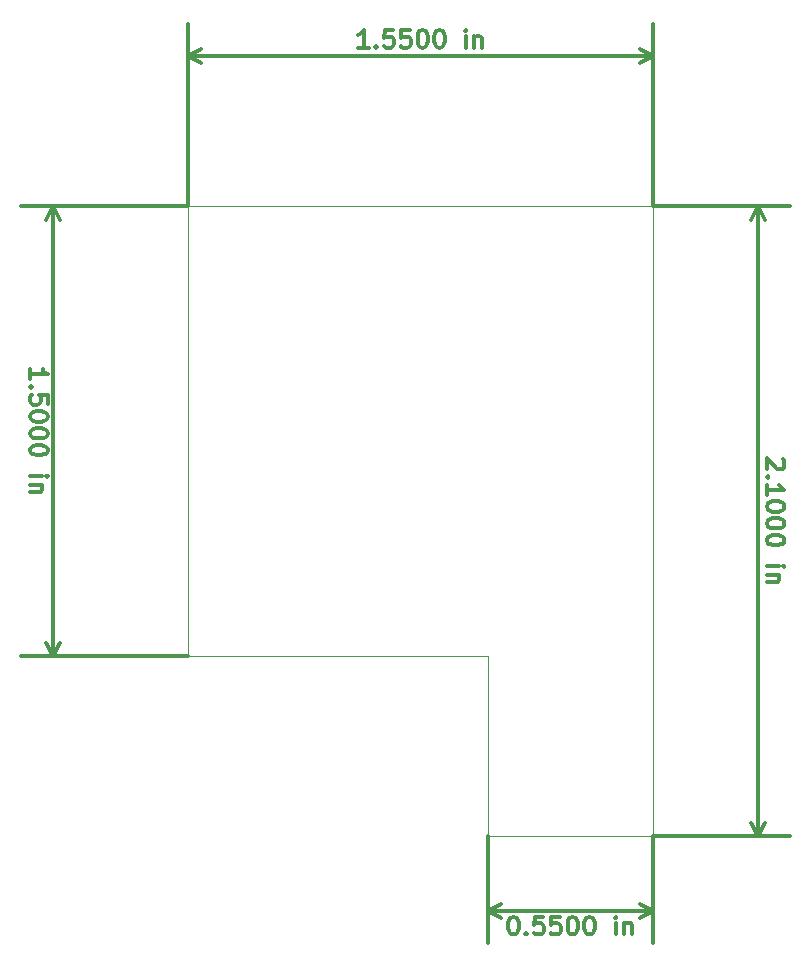
<source format=gbr>
G04 (created by PCBNEW (2013-07-07 BZR 4022)-stable) date 8/19/2015 9:17:48 PM*
%MOIN*%
G04 Gerber Fmt 3.4, Leading zero omitted, Abs format*
%FSLAX34Y34*%
G01*
G70*
G90*
G04 APERTURE LIST*
%ADD10C,0.00590551*%
%ADD11C,0.011811*%
%ADD12C,0.00393701*%
G04 APERTURE END LIST*
G54D10*
G54D11*
X81020Y-40707D02*
X80683Y-40707D01*
X80851Y-40707D02*
X80851Y-40116D01*
X80795Y-40201D01*
X80739Y-40257D01*
X80683Y-40285D01*
X81273Y-40651D02*
X81301Y-40679D01*
X81273Y-40707D01*
X81245Y-40679D01*
X81273Y-40651D01*
X81273Y-40707D01*
X81836Y-40116D02*
X81554Y-40116D01*
X81526Y-40398D01*
X81554Y-40370D01*
X81611Y-40341D01*
X81751Y-40341D01*
X81807Y-40370D01*
X81836Y-40398D01*
X81864Y-40454D01*
X81864Y-40595D01*
X81836Y-40651D01*
X81807Y-40679D01*
X81751Y-40707D01*
X81611Y-40707D01*
X81554Y-40679D01*
X81526Y-40651D01*
X82398Y-40116D02*
X82117Y-40116D01*
X82089Y-40398D01*
X82117Y-40370D01*
X82173Y-40341D01*
X82314Y-40341D01*
X82370Y-40370D01*
X82398Y-40398D01*
X82426Y-40454D01*
X82426Y-40595D01*
X82398Y-40651D01*
X82370Y-40679D01*
X82314Y-40707D01*
X82173Y-40707D01*
X82117Y-40679D01*
X82089Y-40651D01*
X82792Y-40116D02*
X82848Y-40116D01*
X82904Y-40145D01*
X82932Y-40173D01*
X82960Y-40229D01*
X82989Y-40341D01*
X82989Y-40482D01*
X82960Y-40595D01*
X82932Y-40651D01*
X82904Y-40679D01*
X82848Y-40707D01*
X82792Y-40707D01*
X82735Y-40679D01*
X82707Y-40651D01*
X82679Y-40595D01*
X82651Y-40482D01*
X82651Y-40341D01*
X82679Y-40229D01*
X82707Y-40173D01*
X82735Y-40145D01*
X82792Y-40116D01*
X83354Y-40116D02*
X83410Y-40116D01*
X83467Y-40145D01*
X83495Y-40173D01*
X83523Y-40229D01*
X83551Y-40341D01*
X83551Y-40482D01*
X83523Y-40595D01*
X83495Y-40651D01*
X83467Y-40679D01*
X83410Y-40707D01*
X83354Y-40707D01*
X83298Y-40679D01*
X83270Y-40651D01*
X83242Y-40595D01*
X83214Y-40482D01*
X83214Y-40341D01*
X83242Y-40229D01*
X83270Y-40173D01*
X83298Y-40145D01*
X83354Y-40116D01*
X84254Y-40707D02*
X84254Y-40313D01*
X84254Y-40116D02*
X84226Y-40145D01*
X84254Y-40173D01*
X84282Y-40145D01*
X84254Y-40116D01*
X84254Y-40173D01*
X84535Y-40313D02*
X84535Y-40707D01*
X84535Y-40370D02*
X84563Y-40341D01*
X84620Y-40313D01*
X84704Y-40313D01*
X84760Y-40341D01*
X84788Y-40398D01*
X84788Y-40707D01*
X75000Y-41000D02*
X90500Y-41000D01*
X75000Y-46000D02*
X75000Y-39937D01*
X90500Y-46000D02*
X90500Y-39937D01*
X90500Y-41000D02*
X90056Y-41230D01*
X90500Y-41000D02*
X90056Y-40769D01*
X75000Y-41000D02*
X75443Y-41230D01*
X75000Y-41000D02*
X75443Y-40769D01*
X69729Y-51770D02*
X69729Y-51433D01*
X69729Y-51601D02*
X70320Y-51601D01*
X70235Y-51545D01*
X70179Y-51489D01*
X70151Y-51433D01*
X69785Y-52023D02*
X69757Y-52051D01*
X69729Y-52023D01*
X69757Y-51995D01*
X69785Y-52023D01*
X69729Y-52023D01*
X70320Y-52586D02*
X70320Y-52304D01*
X70038Y-52276D01*
X70066Y-52304D01*
X70095Y-52361D01*
X70095Y-52501D01*
X70066Y-52557D01*
X70038Y-52586D01*
X69982Y-52614D01*
X69841Y-52614D01*
X69785Y-52586D01*
X69757Y-52557D01*
X69729Y-52501D01*
X69729Y-52361D01*
X69757Y-52304D01*
X69785Y-52276D01*
X70320Y-52979D02*
X70320Y-53035D01*
X70291Y-53092D01*
X70263Y-53120D01*
X70207Y-53148D01*
X70095Y-53176D01*
X69954Y-53176D01*
X69841Y-53148D01*
X69785Y-53120D01*
X69757Y-53092D01*
X69729Y-53035D01*
X69729Y-52979D01*
X69757Y-52923D01*
X69785Y-52895D01*
X69841Y-52867D01*
X69954Y-52839D01*
X70095Y-52839D01*
X70207Y-52867D01*
X70263Y-52895D01*
X70291Y-52923D01*
X70320Y-52979D01*
X70320Y-53542D02*
X70320Y-53598D01*
X70291Y-53654D01*
X70263Y-53682D01*
X70207Y-53710D01*
X70095Y-53739D01*
X69954Y-53739D01*
X69841Y-53710D01*
X69785Y-53682D01*
X69757Y-53654D01*
X69729Y-53598D01*
X69729Y-53542D01*
X69757Y-53485D01*
X69785Y-53457D01*
X69841Y-53429D01*
X69954Y-53401D01*
X70095Y-53401D01*
X70207Y-53429D01*
X70263Y-53457D01*
X70291Y-53485D01*
X70320Y-53542D01*
X70320Y-54104D02*
X70320Y-54160D01*
X70291Y-54217D01*
X70263Y-54245D01*
X70207Y-54273D01*
X70095Y-54301D01*
X69954Y-54301D01*
X69841Y-54273D01*
X69785Y-54245D01*
X69757Y-54217D01*
X69729Y-54160D01*
X69729Y-54104D01*
X69757Y-54048D01*
X69785Y-54020D01*
X69841Y-53992D01*
X69954Y-53964D01*
X70095Y-53964D01*
X70207Y-53992D01*
X70263Y-54020D01*
X70291Y-54048D01*
X70320Y-54104D01*
X69729Y-55004D02*
X70123Y-55004D01*
X70320Y-55004D02*
X70291Y-54976D01*
X70263Y-55004D01*
X70291Y-55032D01*
X70320Y-55004D01*
X70263Y-55004D01*
X70123Y-55285D02*
X69729Y-55285D01*
X70066Y-55285D02*
X70095Y-55313D01*
X70123Y-55370D01*
X70123Y-55454D01*
X70095Y-55510D01*
X70038Y-55538D01*
X69729Y-55538D01*
X70500Y-46000D02*
X70500Y-61000D01*
X75000Y-46000D02*
X69437Y-46000D01*
X75000Y-61000D02*
X69437Y-61000D01*
X70500Y-61000D02*
X70269Y-60556D01*
X70500Y-61000D02*
X70730Y-60556D01*
X70500Y-46000D02*
X70269Y-46443D01*
X70500Y-46000D02*
X70730Y-46443D01*
X85823Y-69679D02*
X85879Y-69679D01*
X85936Y-69708D01*
X85964Y-69736D01*
X85992Y-69792D01*
X86020Y-69904D01*
X86020Y-70045D01*
X85992Y-70158D01*
X85964Y-70214D01*
X85936Y-70242D01*
X85879Y-70270D01*
X85823Y-70270D01*
X85767Y-70242D01*
X85739Y-70214D01*
X85711Y-70158D01*
X85683Y-70045D01*
X85683Y-69904D01*
X85711Y-69792D01*
X85739Y-69736D01*
X85767Y-69708D01*
X85823Y-69679D01*
X86273Y-70214D02*
X86301Y-70242D01*
X86273Y-70270D01*
X86245Y-70242D01*
X86273Y-70214D01*
X86273Y-70270D01*
X86836Y-69679D02*
X86554Y-69679D01*
X86526Y-69961D01*
X86554Y-69933D01*
X86611Y-69904D01*
X86751Y-69904D01*
X86807Y-69933D01*
X86836Y-69961D01*
X86864Y-70017D01*
X86864Y-70158D01*
X86836Y-70214D01*
X86807Y-70242D01*
X86751Y-70270D01*
X86611Y-70270D01*
X86554Y-70242D01*
X86526Y-70214D01*
X87398Y-69679D02*
X87117Y-69679D01*
X87089Y-69961D01*
X87117Y-69933D01*
X87173Y-69904D01*
X87314Y-69904D01*
X87370Y-69933D01*
X87398Y-69961D01*
X87426Y-70017D01*
X87426Y-70158D01*
X87398Y-70214D01*
X87370Y-70242D01*
X87314Y-70270D01*
X87173Y-70270D01*
X87117Y-70242D01*
X87089Y-70214D01*
X87792Y-69679D02*
X87848Y-69679D01*
X87904Y-69708D01*
X87932Y-69736D01*
X87960Y-69792D01*
X87989Y-69904D01*
X87989Y-70045D01*
X87960Y-70158D01*
X87932Y-70214D01*
X87904Y-70242D01*
X87848Y-70270D01*
X87792Y-70270D01*
X87735Y-70242D01*
X87707Y-70214D01*
X87679Y-70158D01*
X87651Y-70045D01*
X87651Y-69904D01*
X87679Y-69792D01*
X87707Y-69736D01*
X87735Y-69708D01*
X87792Y-69679D01*
X88354Y-69679D02*
X88410Y-69679D01*
X88467Y-69708D01*
X88495Y-69736D01*
X88523Y-69792D01*
X88551Y-69904D01*
X88551Y-70045D01*
X88523Y-70158D01*
X88495Y-70214D01*
X88467Y-70242D01*
X88410Y-70270D01*
X88354Y-70270D01*
X88298Y-70242D01*
X88270Y-70214D01*
X88242Y-70158D01*
X88214Y-70045D01*
X88214Y-69904D01*
X88242Y-69792D01*
X88270Y-69736D01*
X88298Y-69708D01*
X88354Y-69679D01*
X89254Y-70270D02*
X89254Y-69876D01*
X89254Y-69679D02*
X89226Y-69708D01*
X89254Y-69736D01*
X89282Y-69708D01*
X89254Y-69679D01*
X89254Y-69736D01*
X89535Y-69876D02*
X89535Y-70270D01*
X89535Y-69933D02*
X89563Y-69904D01*
X89620Y-69876D01*
X89704Y-69876D01*
X89760Y-69904D01*
X89788Y-69961D01*
X89788Y-70270D01*
X90500Y-69499D02*
X85000Y-69499D01*
X90500Y-67000D02*
X90500Y-70562D01*
X85000Y-67000D02*
X85000Y-70562D01*
X85000Y-69499D02*
X85443Y-69269D01*
X85000Y-69499D02*
X85443Y-69730D01*
X90500Y-69499D02*
X90056Y-69269D01*
X90500Y-69499D02*
X90056Y-69730D01*
X94826Y-54433D02*
X94854Y-54461D01*
X94883Y-54517D01*
X94883Y-54658D01*
X94854Y-54714D01*
X94826Y-54742D01*
X94770Y-54770D01*
X94714Y-54770D01*
X94629Y-54742D01*
X94292Y-54404D01*
X94292Y-54770D01*
X94348Y-55023D02*
X94320Y-55051D01*
X94292Y-55023D01*
X94320Y-54995D01*
X94348Y-55023D01*
X94292Y-55023D01*
X94292Y-55614D02*
X94292Y-55276D01*
X94292Y-55445D02*
X94883Y-55445D01*
X94798Y-55389D01*
X94742Y-55332D01*
X94714Y-55276D01*
X94883Y-55979D02*
X94883Y-56035D01*
X94854Y-56092D01*
X94826Y-56120D01*
X94770Y-56148D01*
X94658Y-56176D01*
X94517Y-56176D01*
X94404Y-56148D01*
X94348Y-56120D01*
X94320Y-56092D01*
X94292Y-56035D01*
X94292Y-55979D01*
X94320Y-55923D01*
X94348Y-55895D01*
X94404Y-55867D01*
X94517Y-55839D01*
X94658Y-55839D01*
X94770Y-55867D01*
X94826Y-55895D01*
X94854Y-55923D01*
X94883Y-55979D01*
X94883Y-56542D02*
X94883Y-56598D01*
X94854Y-56654D01*
X94826Y-56682D01*
X94770Y-56710D01*
X94658Y-56739D01*
X94517Y-56739D01*
X94404Y-56710D01*
X94348Y-56682D01*
X94320Y-56654D01*
X94292Y-56598D01*
X94292Y-56542D01*
X94320Y-56485D01*
X94348Y-56457D01*
X94404Y-56429D01*
X94517Y-56401D01*
X94658Y-56401D01*
X94770Y-56429D01*
X94826Y-56457D01*
X94854Y-56485D01*
X94883Y-56542D01*
X94883Y-57104D02*
X94883Y-57160D01*
X94854Y-57217D01*
X94826Y-57245D01*
X94770Y-57273D01*
X94658Y-57301D01*
X94517Y-57301D01*
X94404Y-57273D01*
X94348Y-57245D01*
X94320Y-57217D01*
X94292Y-57160D01*
X94292Y-57104D01*
X94320Y-57048D01*
X94348Y-57020D01*
X94404Y-56992D01*
X94517Y-56964D01*
X94658Y-56964D01*
X94770Y-56992D01*
X94826Y-57020D01*
X94854Y-57048D01*
X94883Y-57104D01*
X94292Y-58004D02*
X94686Y-58004D01*
X94883Y-58004D02*
X94854Y-57976D01*
X94826Y-58004D01*
X94854Y-58032D01*
X94883Y-58004D01*
X94826Y-58004D01*
X94686Y-58285D02*
X94292Y-58285D01*
X94629Y-58285D02*
X94658Y-58313D01*
X94686Y-58370D01*
X94686Y-58454D01*
X94658Y-58510D01*
X94601Y-58538D01*
X94292Y-58538D01*
X93999Y-46000D02*
X93999Y-67000D01*
X90500Y-46000D02*
X95062Y-46000D01*
X90500Y-67000D02*
X95062Y-67000D01*
X93999Y-67000D02*
X93769Y-66556D01*
X93999Y-67000D02*
X94230Y-66556D01*
X93999Y-46000D02*
X93769Y-46443D01*
X93999Y-46000D02*
X94230Y-46443D01*
G54D12*
X75000Y-61000D02*
X75000Y-46000D01*
X85000Y-61000D02*
X75000Y-61000D01*
X85000Y-67000D02*
X85000Y-61000D01*
X90500Y-67000D02*
X85000Y-67000D01*
X90500Y-46000D02*
X90500Y-67000D01*
X75000Y-46000D02*
X90500Y-46000D01*
M02*

</source>
